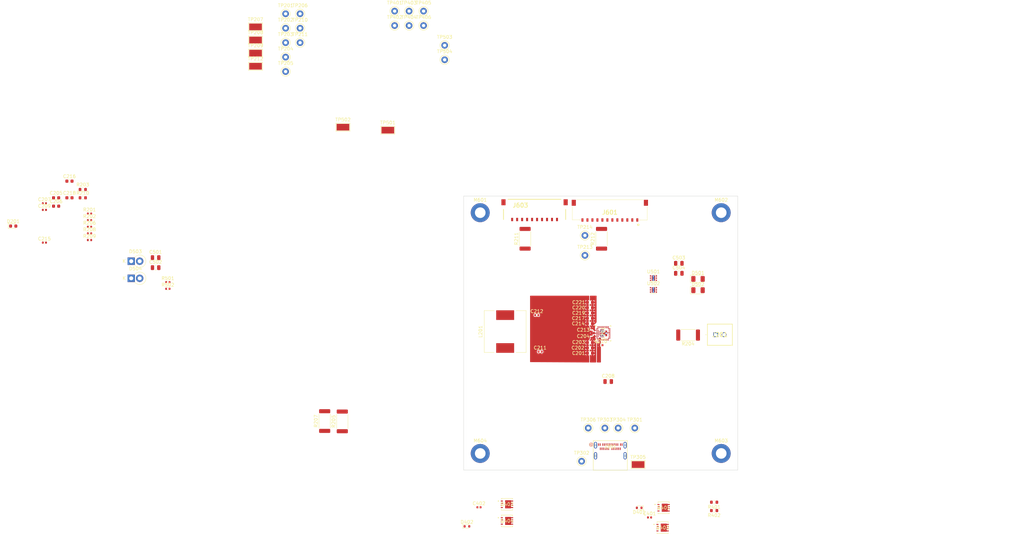
<source format=kicad_pcb>
(kicad_pcb (version 20221018) (generator pcbnew)
  (layers (0 "F.Cu" signal) (1 "In1.Cu" power "GND.Cu") (2 "In2.Cu" power "Power.Cu") (31 "B.Cu" signal) (34 "B.Paste" user) (35 "F.Paste" user) (36 "B.SilkS" user "B.Silkscreen") (37 "F.SilkS" user "F.Silkscreen") (38 "B.Mask" user) (39 "F.Mask" user) (44 "Edge.Cuts" user))
  (net 0 "")
  (net 1 "GND")
  (net 2 "/Charger/REGN")
  (net 3 "Net-(U201-SDRV)")
  (net 4 "Net-(C216-Pad1)")
  (net 5 "BATTERY_-")
  (net 6 "/Input Selection/ACDRV1_SOURCE")
  (net 7 "Net-(D401-K)")
  (net 8 "/Input Selection/ACDRV2_SOURCE")
  (net 9 "Net-(D402-K)")
  (net 10 "Net-(D503-K)")
  (net 11 "Net-(D504-K)")
  (net 12 "+3.3V")
  (net 13 "+5V")
  (net 14 "Net-(D201-K)")
  (net 15 "Net-(D501-K)")
  (net 16 "Net-(D502-K)")
  (net 17 "VCC")
  (net 18 "SOLAR_VBUS")
  (net 19 "GND2")
  (net 20 "GND1")
  (net 23 "USB_VBUS")
  (net 24 "USB_CC1")
  (net 25 "USB_D+")
  (net 26 "USB_D-")
  (net 33 "USB_CC2")
  (net 36 "CHARGER_INT")
  (net 38 "POWER_SDA")
  (net 39 "POWER_SCL")
  (net 40 "BATTERY_+")
  (net 42 "THERMISTOR")
  (net 44 "BATTERY_ID")
  (net 45 "VBUS")
  (net 46 "/Charger/STAT")
  (net 47 "Net-(U201-BATP)")
  (net 48 "ACDRV1")
  (net 49 "ACDRV2")
  (net 51 "/Charger/PMID")
  (net 52 "/Charger/VAC2")
  (net 53 "/Charger/VAC1")
  (net 54 "/Charger/BTST1")
  (net 55 "/Charger/SW1")
  (net 56 "/Charger/BTST2")
  (net 57 "/Charger/SW2")
  (net 58 "/Charger/SYS")
  (footprint "TestPoint:TestPoint_Keystone_5000-5004_Miniature" (layer "F.Cu") (at 17.95 -9.4)
    (fp_text reference "TP202")
    (fp_text value "White")
  )
  (footprint "Capacitor_SMD:C_0805_2012Metric" (layer "F.Cu") (at -21.1575 62.7)
    (fp_text reference "C502")
    (fp_text value "1u")
  )
  (footprint "LED_SMD:LED_1206_3216Metric" (layer "F.Cu") (at 142.025 66.1)
    (fp_text reference "D501")
    (fp_text value "White LED")
  )
  (footprint "Resistor_SMD:R_2512_6332Metric" (layer "F.Cu") (at 90 54 90)
    (fp_text reference "R211")
    (fp_text value "0.01")
  )
  (footprint "Capacitor_SMD:C_0603_1608Metric" (layer "F.Cu") (at 109.5 79.55 180)
    (fp_text reference "C214")
    (fp_text value "10u")
  )
  (footprint "TestPoint:TestPoint_Keystone_5000-5004_Miniature" (layer "F.Cu") (at 17.95 -0.7)
    (fp_text reference "TP204")
    (fp_text value "White")
  )
  (footprint "TestPoint:TestPoint_Keystone_5000-5004_Miniature" (layer "F.Cu") (at 108 59)
    (fp_text reference "TP213")
    (fp_text value "White")
  )
  (footprint "Capacitor_SMD:C_0805_2012Metric" (layer "F.Cu") (at 136.25 61.39)
    (fp_text reference "C503")
    (fp_text value "2.2u")
  )
  (footprint "TestPoint:TestPoint_Keystone_5000-5004_Miniature" (layer "F.Cu") (at 17.95 3.65)
    (fp_text reference "TP205")
    (fp_text value "White")
  )
  (footprint "LED_SMD:LED_0603_1608Metric" (layer "F.Cu") (at -63.9975 50.18)
    (fp_text reference "D201")
    (fp_text value "Green LED")
  )
  (footprint "Capacitor_SMD:C_0402_1005Metric" (layer "F.Cu") (at -54.6175 43.34)
    (fp_text reference "C207")
    (fp_text value "0.1u")
  )
  (footprint "Capacitor_SMD:C_0603_1608Metric" (layer "F.Cu") (at -47.0875 41.67)
    (fp_text reference "C218")
    (fp_text value "10u")
  )
  (footprint "TestPoint:TestPoint_Keystone_5000-5004_Miniature" (layer "F.Cu") (at 22.3 -13.75)
    (fp_text reference "TP206")
    (fp_text value "White")
  )
  (footprint "Capacitor_SMD:C_0603_1608Metric" (layer "F.Cu") (at 109.5 88.45 180)
    (fp_text reference "C201")
    (fp_text value "10u")
  )
  (footprint "Capacitor_SMD:C_0805_2012Metric" (layer "F.Cu") (at 136.25 64.4)
    (fp_text reference "C504")
    (fp_text value "2.2u")
  )
  (footprint "Capacitor_SMD:C_0603_1608Metric" (layer "F.Cu") (at 109.5 76.35 180)
    (fp_text reference "C219")
    (fp_text value "10u")
  )
  (footprint "MountingHole:MountingHole_3.2mm_M3_ISO7380_Pad_TopBottom" (layer "F.Cu") (at 149 46.15)
    (fp_text reference "M602")
    (fp_text value "~")
  )
  (footprint "MountingHole:MountingHole_3.2mm_M3_ISO7380_Pad_TopBottom" (layer "F.Cu") (at 76.5 118.65)
    (fp_text reference "M604")
    (fp_text value "~")
  )
  (footprint "TestPoint:TestPoint_Keystone_5000-5004_Miniature" (layer "F.Cu") (at 118 111)
    (fp_text reference "TP304")
    (fp_text value "White")
  )
  (footprint "Resistor_SMD:R_0402_1005Metric" (layer "F.Cu") (at -41.0475 46.43)
    (fp_text reference "R201")
    (fp_text value "2.21k")
  )
  (footprint "Resistor_SMD:R_0603_1608Metric" (layer "F.Cu") (at -43.0775 41.67)
    (fp_text reference "R210")
    (fp_text value "100")
  )
  (footprint "footprints:Q3A_TEX" (layer "F.Cu") (at 84.549999 133.963399)
    (fp_text reference "Q402")
    (fp_text value "CSD17581Q3A")
  )
  (footprint "TestPoint:TestPoint_Keystone_5000-5004_Miniature" (layer "F.Cu") (at 123 111)
    (fp_text reference "TP301")
    (fp_text value "Black")
  )
  (footprint "Package_SON:WSON-6-1EP_2x2mm_P0.65mm_EP1x1.6mm_ThermalVias" (layer "F.Cu") (at 128.6125 69.4)
    (fp_text reference "U502")
    (fp_text value "TLV76750DRVx")
  )
  (footprint "TestPoint:TestPoint_Keystone_5000-5004_Miniature" (layer "F.Cu") (at 109 111)
    (fp_text reference "TP306")
    (fp_text value "Black")
  )
  (footprint "Capacitor_SMD:C_0402_1005Metric" (layer "F.Cu") (at 110 83.37 90)
    (fp_text reference "C204")
    (fp_text value "0.1u")
  )
  (footprint "TestPoint:TestPoint_Keystone_5019_Minature" (layer "F.Cu") (at 48.7 21.3)
    (fp_text reference "TP501")
    (fp_text value "Ring")
  )
  (footprint "footprints:504050-1091" (layer "F.Cu") (at 99.6 48.2)
    (fp_text reference "J603")
    (fp_text value "504050-1091" hide)
  )
  (footprint "TestPoint:TestPoint_Keystone_5019_Minature" (layer "F.Cu") (at 8.9 -5.85)
    (fp_text reference "TP208")
    (fp_text value "Ring")
  )
  (footprint "Resistor_SMD:R_0402_1005Metric" (layer "F.Cu") (at -17.4775 69.07)
    (fp_text reference "R502")
    (fp_text value "150")
  )
  (footprint "Capacitor_SMD:C_0402_1005Metric" (layer "F.Cu") (at 127.438999 137.925001)
    (fp_text reference "C401")
    (fp_text value "1n")
  )
  (footprint "footprints:Q3A_TEX" (layer "F.Cu") (at 84.549999 138.974999)
    (fp_text reference "Q404")
    (fp_text value "CSD17581Q3A")
  )
  (footprint "Capacitor_SMD:C_0402_1005Metric" (layer "F.Cu") (at 76.124998 134.86)
    (fp_text reference "C402")
    (fp_text value "1n")
  )
  (footprint "TestPoint:TestPoint_Keystone_5019_Minature" (layer "F.Cu") (at 124 122)
    (fp_text reference "TP305")
    (fp_text value "Ring")
  )
  (footprint "Resistor_SMD:R_0402_1005Metric" (layer "F.Cu") (at -41.0475 48.42)
    (fp_text reference "R202")
    (fp_text value "5.24k")
  )
  (footprint "Resistor_SMD:R_0603_1608Metric" (layer "F.Cu") (at -43.0775 39.16)
    (fp_text reference "R203")
    (fp_text value "30.31k")
  )
  (footprint "TestPoint:TestPoint_Keystone_5000-5004_Miniature" (layer "F.Cu") (at 22.3 -9.4)
    (fp_text reference "TP210")
    (fp_text value "White")
  )
  (footprint "TestPoint:TestPoint_Keystone_5000-5004_Miniature" (layer "F.Cu") (at 17.95 -13.75)
    (fp_text reference "TP201")
    (fp_text value "White")
  )
  (footprint "Capacitor_SMD:C_0603_1608Metric" (layer "F.Cu") (at 109.5 86.85 180)
    (fp_text reference "C202")
    (fp_text value "10u")
  )
  (footprint "Capacitor_SMD:C_0402_1005Metric" (layer "F.Cu") (at -54.6175 45.31)
    (fp_text reference "C209")
    (fp_text value "0.1u")
  )
  (footprint "Resistor_SMD:R_0603_1608Metric" (layer "F.Cu") (at 146.875 133.34 180)
    (fp_text reference "R401")
    (fp_text value "294")
  )
  (footprint "Capacitor_SMD:C_0805_2012Metric" (layer "F.Cu") (at 115 97)
    (fp_text reference "C208")
    (fp_text value "4.7u")
  )
  (footprint "Diode_THT:D_DO-15_P2.54mm_Vertical_KathodeUp" (layer "F.Cu") (at -28.4975 60.76)
    (fp_text reference "D503")
    (fp_text value "3A")
  )
  (footprint "TestPoint:TestPoint_Keystone_5000-5004_Miniature" (layer "F.Cu") (at 65.8 0.1)
    (fp_text reference "TP504")
    (fp_text value "Red")
  )
  (footprint "TestPoint:TestPoint_Keystone_5000-5004_Miniature" (layer "F.Cu") (at 59.45 -14.55)
    (fp_text reference "TP405")
    (fp_text value "White")
  )
  (footprint "TestPoint:TestPoint_Keystone_5000-5004_Miniature" (layer "F.Cu") (at 65.8 -4.25)
    (fp_text reference "TP503")
    (fp_text value "Red")
  )
  (footprint "footprints:B02BXASK1LFSN" (layer "F.Cu") (at 147.35 82.9 180)
    (fp_text reference "J201")
    (fp_text value "B02B-XASK-1 (LF)(SN)" hide)
  )
  (footprint "MountingHole:MountingHole_3.2mm_M3_ISO7380_Pad_TopBottom" (layer "F.Cu") (at 149 118.65)
    (fp_text reference "M603")
    (fp_text value "~")
  )
  (footprint "TestPoint:TestPoint_Keystone_5019_Minature" (layer "F.Cu") (at 8.9 -9.8)
    (fp_text reference "TP207")
    (fp_text value "Ring")
  )
  (footprint "Capacitor_SMD:C_0402_1005Metric" (layer "F.Cu") (at 94.52 88)
    (fp_text reference "C211")
    (fp_text value "0.047u")
  )
  (footprint "TestPoint:TestPoint_Keystone_5019_Minature" (layer "F.Cu") (at 35.2 20.4)
    (fp_text reference "TP502")
    (fp_text value "Ring")
  )
  (footprint "Capacitor_SMD:C_0603_1608Metric" (layer "F.Cu") (at 109.5 74.75 180)
    (fp_text reference "C220")
    (fp_text value "10u")
  )
  (footprint "footprints:Q3A_TEX" (layer "F.Cu") (at 131.369 141)
    (fp_text reference "Q403")
    (fp_text value "CSD17581Q3A")
  )
  (footprint "TestPoint:TestPoint_Keystone_5019_Minature" (layer "F.Cu") (at 8.9 -1.9)
    (fp_text reference "TP209")
    (fp_text value "Ring")
  )
  (footprint "TestPoint:TestPoint_Keystone_5000-5004_Miniature" (layer "F.Cu") (at 108 53)
    (fp_text reference "TP214")
    (fp_text value "White")
  )
  (footprint "Capacitor_SMD:C_0402_1005Metric" (layer "F.Cu") (at -54.6175 55.16)
    (fp_text reference "C215")
    (fp_text value "1n")
  )
  (footprint "TestPoint:TestPoint_Keystone_5000-5004_Miniature" (layer "F.Cu") (at 50.75 -14.55)
    (fp_text reference "TP401")
    (fp_text value "Red")
  )
  (footprint "TestPoint:TestPoint_Keystone_5000-5004_Miniature" (layer "F.Cu") (at 55.1 -14.55)
    (fp_text reference "TP403")
    (fp_text value "Black")
  )
  (footprint "Capacitor_SMD:C_0402_1005Metric" (layer "F.Cu") (at 93.52 77)
    (fp_text reference "C212")
    (fp_text value "0.047u")
  )
  (footprint "Resistor_SMD:R_0603_1608Metric" (layer "F.Cu") (at 146.875 135.85 180)
    (fp_text reference "R402")
    (fp_text value "294")
  )
  (footprint "TestPoint:TestPoint_Keystone_5000-5004_Miniature" (layer "F.Cu") (at 17.95 -5.05)
    (fp_text reference "TP203")
    (fp_text value "White")
  )
  (footprint "Capacitor_SMD:C_0805_2012Metric" (layer "F.Cu") (at -21.1575 59.69)
    (fp_text reference "C501")
    (fp_text value "1u")
  )
  (footprint "Resistor_SMD:R_2512_6332Metric" (layer "F.Cu") (at 113 54 90)
    (fp_text reference "R212")
    (fp_text value "0.01")
  )
  (footprint "footprints:5040501291" (layer "F.Cu") (at 115.5 45.3)
    (fp_text reference "J601")
    (fp_text value "504050-1291" hide)
  )
  (footprint "TestPoint:TestPoint_Keystone_5019_Minature" (layer "F.Cu") (at 8.9 2.05)
    (fp_text reference "TP212")
    (fp_text value "Ring")
  )
  (footprint "TestPoint:TestPoint_Keystone_5000-5004_Miniature" (layer "F.Cu") (at 114 111)
    (fp_text reference "TP303")
    (fp_text value "White")
  )
  (footprint "Resistor_SMD:R_0402_1005Metric" (layer "F.Cu") (at -17.4775 67.08)
    (fp_text reference "R501")
    (fp_text value "68")
  )
  (footprint "LED_SMD:LED_1206_3216Metric" (layer "F.Cu") (at 142.025 69.49)
    (fp_text reference "D502")
    (fp_text value "White LED")
  )
  (footprint "Resistor_SMD:R_2512_6332Metric" (layer "F.Cu") (at 35 109 90)
    (fp_text reference "R205")
    (fp_text value "0.01")
  )
  (footprint "Resistor_SMD:R_2512_6332Metric" (layer "F.Cu") (at 139.0375 83 180)
    (fp_text reference "R204")
    (fp_text value "0.01")
  )
  (footprint "Capacitor_SMD:C_0603_1608Metric" (layer "F.Cu") (at 109.5 85.25 180)
    (fp_text reference "C203")
    (fp_text value "10u")
  )
  (footprint "TestPoint:TestPoint_Keystone_5000-5004_Miniature" (layer "F.Cu") (at 59.45 -10.2)
    (fp_text reference "TP406")
    (fp_text value "White")
  )
  (footprint "footprints:RQM0029A-MFG" (layer "F.Cu") (at 113.499999 82.499999 90)
    (fp_text reference "U201")
    (fp_text value "BQ25798RQMR")
  )
  (footprint "Capacitor_SMD:C_0402_1005Metric" (layer "F.Cu") (at 112.8 86.05)
    (fp_text reference "C210")
    (fp_text value "0.1u")
  )
  (footprint "Capacitor_SMD:C_0603_1608Metric" (layer "F.Cu") (at 109.5 77.95 180)
    (fp_text reference "C217")
    (fp_text value "10u")
  )
  (footprint "TestPoint:TestPoint_Keystone_5000-5004_Miniature" (layer "F.Cu") (at 107 121)
    (fp_text reference "TP302")
    (fp_text value "Red")
  )
  (footprint "Capacitor_SMD:C_0603_1608Metric" (layer "F.Cu") (at 109.5 73.15 180)
    (fp_text reference "C221")
    (fp_text value "10u")
  )
  (footprint "Resistor_SMD:R_0402_1005Metric" (layer "F.Cu") (at -41.0475 54.39)
    (fp_text reference "R209")
    (fp_text value "10k")
  )
  (footprint "Capacitor_SMD:C_0402_1005Metric" (layer "F.Cu") (at 110 81.47 -90)
    (fp_text reference "C213")
    (fp_text value "0.1u")
  )
  (footprint "Resistor_SMD:R_2512_6332Metric" (layer "F.Cu") (at 29.7 108.9 90)
    (fp_text reference "R207")
    (fp_text value "0.01")
  )
  (footprint "Resistor_SMD:R_0402_1005Metric" (layer "F.Cu") (at -41.0475 52.4)
    (fp_text reference "R208")
    (fp_text value "10k")
  )
  (footprint "Inductor_SMD:L_12x12mm_H8mm" (layer "F.Cu") (at 84 81.95 90)
    (fp_text reference "L201")
    (fp_text value "1uH")
  )
  (footprint "Package_SON:WSON-6-1EP_2x2mm_P0.65mm_EP1x1.6mm_ThermalVias" (layer "F.Cu") (at 128.6125 65.85)
    (fp_text reference "U501")
    (fp_text value "TLV76733DRVx")
  )
  (footprint "MountingHole:MountingHole_3.2mm_M3_ISO7380_Pad_TopBottom" (layer "F.Cu") (at 76.5 46.15)
    (fp_text reference "M601")
    (fp_text value "~")
  )
  (footprint "footprints:CONN_124018612112A_AMP" (layer "F.Cu") (at 112.5834 115.9852)
    (fp_text reference "J301")
    (fp_text value "USB")
    (fp_line (start -1.400001 0.6703) (end -1.400001 -0.3203) (stroke (width 0.4572)) (layer "Edge.Cuts"))
    (fp_line (start -1.400001 3.9719) (end -1.400001 2.7781) (stroke (width 0.4572)) (layer "Edge.Cuts"))
    (fp_line (start 7.5 0.6703) (end 7.5 -0.3203) (stroke (width 0.4572)) (layer "Edge.Cuts"))
    (fp_line (start 7.5 3.9719) (end 7.5 2.7781) (stroke (width 0.4572)) (layer "Edge.Cuts"))
  )
  (footprint "Diode_SMD:D_SOD-523" (layer "F.Cu") (at 124.318999 135.025001 180)
    (fp_text reference "D401")
    (fp_text value "12V")
  )
  (footprint "Capacitor_SMD:C_0603_1608Metric" (layer "F.Cu") (at -47.0875 36.65)
    (fp_text reference "C216")
    (fp_text value "10u")
  )
  (footprint "TestPoint:TestPoint_Keystone_5000-5004_Miniature" (layer "F.Cu") (at 55.1 -10.2)
    (fp_text reference "TP404")
    (fp_text value "Black")
  )
  (footprint "TestPoint:TestPoint_Keystone_5000-5004_Miniature" (layer "F.Cu") (at 50.75 -10.2)
    (fp_text reference "TP402")
    (fp_text value "Red")
  )
  (footprint "TestPoint:TestPoint_Keystone_5000-5004_Miniature" (layer "F.Cu") (at 22.3 -5.05)
    (fp_text reference "TP211")
    (fp_text value "White")
  )
  (footprint "footprints:Q3A_TEX" (layer "F.Cu") (at 131.669 135)
    (fp_text reference "Q401")
    (fp_text value "CSD17581Q3A")
  )
  (footprint "Capacitor_SMD:C_0603_1608Metric" (layer "F.Cu") (at -51.0975 44.18)
    (fp_text reference "C206")
    (fp_text value "10u")
  )
  (footprint "Diode_THT:D_DO-15_P2.54mm_Vertical_KathodeUp" (layer "F.Cu") (at -28.4975 65.91)
    (fp_text reference "D504")
    (fp_text value "3A")
  )
  (footprint "Capacitor_SMD:C_0603_1608Metric" (layer "F.Cu") (at -51.0975 41.67)
    (fp_text reference "C205")
    (fp_text value "10u")
  )
  (footprint "Diode_SMD:D_SOD-523" (layer "F.Cu") (at 72.499998 140.6)
    (fp_text reference "D402")
    (fp_text value "12V")
  )
  (footprint "Resistor_SMD:R_0402_1005Metric" (layer "F.Cu") (at -41.0475 50.41)
    (fp_text reference "R206")
    (fp_text value "10k")
  )
  (gr_rect (start 71.5 41.15) (end 154 123.65) (stroke (width 0.1)) (fill none) (layer "Edge.Cuts"))
  (segment (start 110.390001 82.499999) (end 110 82.89) (width 0.2) (layer "F.Cu") (net 1))
  (segment (start 114.4 82.45) (end 114.350001 82.499999) (width 0.2) (layer "F.Cu") (net 1))
  (segment (start 110 81.95) (end 110 82.89) (width 0.5) (layer "F.Cu") (net 1))
  (segment (start 114.350001 82.499999) (end 111.8 82.499999) (width 0.2) (layer "F.Cu") (net 1))
  (segment (start 111.8 82.499999) (end 110.549999 82.499999) (width 0.2) (layer "F.Cu") (net 1))
  (segment (start 110.549999 82.499999) (end 110 81.95) (width 0.2) (layer "F.Cu") (net 1))
  (segment (start 114.550001 82.299999) (end 115.399998 82.299999) (width 0.2) (layer "F.Cu") (net 1))
  (segment (start 114.4 82.45) (end 114.550001 82.299999) (width 0.2) (layer "F.Cu") (net 1))
  (segment (start 111.8 82.499999) (end 110.390001 82.499999) (width 0.2) (layer "F.Cu") (net 1))
  (via (at 114.4 82.45) (size 0.6) (drill 0.4) (layers "F.Cu" "B.Cu") (net 1))
  (via (at 114 81.85) (size 0.4) (drill 0.3) (layers "F.Cu" "B.Cu") (net 1))
  (via (at 113.15 82.499999) (size 0.3) (drill 0.2) (layers "F.Cu" "B.Cu") (net 1))
  (via (at 114 83.15) (size 0.4) (drill 0.3) (layers "F.Cu" "B.Cu") (net 1))
  (segment (start 113.195 50.8425) (end 113 51.0375) (width 0.4) (layer "F.Cu") (net 17))
  (segment (start 112.299999 86.029999) (end 112.32 86.05) (width 0.2) (layer "F.Cu") (net 45))
  (segment (start 112.299999 84.399998) (end 112.299999 86.029999) (width 0.2) (layer "F.Cu") (net 45))
  (segment (start 110.45 83.4) (end 110 83.85) (width 0.2) (layer "F.Cu") (net 51))
  (segment (start 111.774999 83.4) (end 110.45 83.4) (width 0.2) (layer "F.Cu") (net 51))
  (segment (start 112.8 83.05) (end 112.699998 82.949998) (width 0.2) (layer "F.Cu") (net 55))
  (segment (start 112.699998 82.949998) (end 111.8 82.949998) (width 0.2) (layer "F.Cu") (net 55))
  (via (at 113.4 83.45) (size 0.4) (drill 0.2) (layers "F.Cu" "B.Cu") (net 55))
  (via (at 113.4 83.05) (size 0.4) (drill 0.2) (layers "F.Cu" "B.Cu") (net 55))
  (via (at 112.9 83.45) (size 0.4) (drill 0.2) (layers "F.Cu" "B.Cu") (net 55))
  (via (at 112.9 83.05) (size 0.4) (drill 0.2) (layers "F.Cu" "B.Cu") (net 55))
  (segment (start 112.8 82.05) (end 112.9 81.95) (width 0.2) (layer "F.Cu") (net 57))
  (segment (start 111.8 82.05) (end 112.8 82.05) (width 0.2) (layer "F.Cu") (net 57))
  (via (at 113.4 81.95) (size 0.4) (drill 0.2) (layers "F.Cu" "B.Cu") (net 57))
  (via (at 113.4 81.55) (size 0.4) (drill 0.2) (layers "F.Cu" "B.Cu") (net 57))
  (via (at 112.9 81.55) (size 0.4) (drill 0.2) (layers "F.Cu" "B.Cu") (net 57))
  (via (at 112.9 81.95) (size 0.4) (drill 0.2) (layers "F.Cu" "B.Cu") (net 57))
  (segment (start 111.1 81.599998) (end 110.490002 80.99) (width 0.2) (layer "F.Cu") (net 58))
  (segment (start 110.490002 80.99) (end 110 80.99) (width 0.2) (layer "F.Cu") (net 58))
  (segment (start 111.8 81.599998) (end 111.1 81.599998) (width 0.2) (layer "F.Cu") (net 58))
  (zone (net 51) (net_name "/Charger/PMID") (layer "F.Cu") (priority 2) (connect_pads (clearance 0.2)) (min_thickness 0.2) (fill yes (thermal_gap 0.2) (thermal_bridge_width 0.5))
    (polygon (pts (xy 111 82.75) (xy 110.5 83.35) (xy 109.5 83.35) (xy 109.5 91.25) (xy 111.6 91.25) (xy 111.6 85.75)))
  )
  (zone (net 58) (net_name "/Charger/SYS") (layer "F.Cu") (priority 1) (connect_pads (clearance 0.2)) (min_thickness 0.2) (fill yes (thermal_gap 0.2) (thermal_bridge_width 0.5))
    (polygon (pts (xy 111 82.05) (xy 111 79.75) (xy 111.5 79.15) (xy 111.5 71.15) (xy 109.5 71.15) (xy 109.5 81.45) (xy 110.5 81.45)))
  )
  (zone (net 1) (net_name "GND") (layer "F.Cu") (connect_pads (clearance 0.2)) (min_thickness 0.2) (fill yes (thermal_gap 0.2) (thermal_bridge_width 0.5))
    (polygon (pts (xy 111 82.05) (xy 111 82.75) (xy 110.5 83.35) (xy 109.5 83.35) (xy 109.5 91.25) (xy 91.5 91.15) (xy 91.5 71.15) (xy 109.5 71.15) (xy 109.5 81.45) (xy 110.5 81.45)))
  )
  (zone (net 57) (net_name "/Charger/SW2") (layer "F.Cu") (priority 3) (connect_pads yes (clearance 0.2)) (min_thickness 0.25) (fill yes (thermal_gap 0.5) (thermal_bridge_width 0.5))
    (polygon (pts (xy 112.6 82.25) (xy 112.6 81.25) (xy 113.7 81.25) (xy 113.7 82.25)))
  )
  (zone (net 45) (net_name "VBUS") (layer "F.Cu") (priority 7) (connect_pads (clearance 0.2)) (min_thickness 0.2) (fill yes (thermal_gap 0.2) (thermal_bridge_width 0.5))
    (polygon (pts (xy 112.8 84.95) (xy 111.6 84.95) (xy 111.6 91.25) (xy 112.8 91.25)))
  )
  (zone (net 45) (net_name "VBUS") (layer "F.Cu") (priority 5) (connect_pads yes (clearance 0.2)) (min_thickness 0.25) (fill yes (thermal_gap 0.5) (thermal_bridge_width 0.5))
    (polygon (pts (xy 112.9 83.75) (xy 112.2 83.75) (xy 112.2 84.95) (xy 112.9 84.95)))
  )
  (zone (net 55) (net_name "/Charger/SW1") (layer "F.Cu") (priority 3) (connect_pads yes (clearance 0.2)) (min_thickness 0.25) (fill yes (thermal_gap 0.5) (thermal_bridge_width 0.5))
    (polygon (pts (xy 112.6 83.75) (xy 112.6 82.75) (xy 113.7 82.75) (xy 113.7 83.75)))
  )
  (zone (net 1) (net_name "GND") (layer "F.Cu") (priority 6) (connect_pads yes (clearance 0.2)) (min_thickness 0.25) (fill yes (thermal_gap 0.5) (thermal_bridge_width 0.5))
    (polygon (pts (xy 112.5 82.25) (xy 113.7 82.25) (xy 113.7 81.65) (xy 114.7 81.65) (xy 114.7 83.35) (xy 113.7 83.35) (xy 113.7 82.75) (xy 112.5 82.75)))
  )
)
</source>
